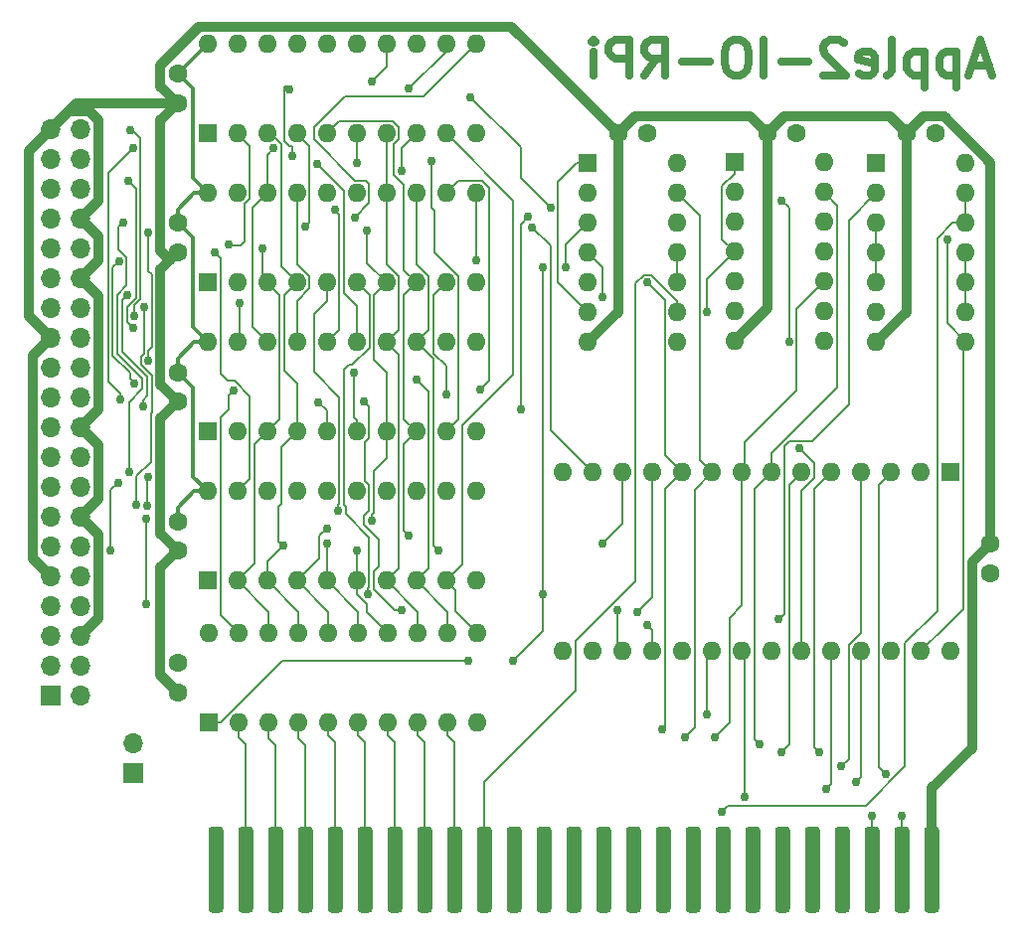
<source format=gbr>
G04 #@! TF.GenerationSoftware,KiCad,Pcbnew,(6.0.2-0)*
G04 #@! TF.CreationDate,2022-03-01T05:34:48-05:00*
G04 #@! TF.ProjectId,Apple2IORPi,4170706c-6532-4494-9f52-50692e6b6963,0.6*
G04 #@! TF.SameCoordinates,Original*
G04 #@! TF.FileFunction,Copper,L2,Bot*
G04 #@! TF.FilePolarity,Positive*
%FSLAX46Y46*%
G04 Gerber Fmt 4.6, Leading zero omitted, Abs format (unit mm)*
G04 Created by KiCad (PCBNEW (6.0.2-0)) date 2022-03-01 05:34:48*
%MOMM*%
%LPD*%
G01*
G04 APERTURE LIST*
%ADD10C,0.635000*%
G04 #@! TA.AperFunction,NonConductor*
%ADD11C,0.635000*%
G04 #@! TD*
G04 #@! TA.AperFunction,ComponentPad*
%ADD12R,1.700000X1.700000*%
G04 #@! TD*
G04 #@! TA.AperFunction,ComponentPad*
%ADD13O,1.700000X1.700000*%
G04 #@! TD*
G04 #@! TA.AperFunction,ComponentPad*
%ADD14R,1.600000X1.600000*%
G04 #@! TD*
G04 #@! TA.AperFunction,ComponentPad*
%ADD15O,1.600000X1.600000*%
G04 #@! TD*
G04 #@! TA.AperFunction,ComponentPad*
%ADD16C,1.600000*%
G04 #@! TD*
G04 #@! TA.AperFunction,ViaPad*
%ADD17C,0.762000*%
G04 #@! TD*
G04 #@! TA.AperFunction,Conductor*
%ADD18C,0.812800*%
G04 #@! TD*
G04 #@! TA.AperFunction,Conductor*
%ADD19C,0.355600*%
G04 #@! TD*
G04 #@! TA.AperFunction,Conductor*
%ADD20C,0.177800*%
G04 #@! TD*
G04 APERTURE END LIST*
D10*
D11*
X190365742Y-46888400D02*
X188914314Y-46888400D01*
X190656028Y-47759257D02*
X189640028Y-44711257D01*
X188624028Y-47759257D01*
X187608028Y-45727257D02*
X187608028Y-48775257D01*
X187608028Y-45872400D02*
X187317742Y-45727257D01*
X186737171Y-45727257D01*
X186446885Y-45872400D01*
X186301742Y-46017542D01*
X186156600Y-46307828D01*
X186156600Y-47178685D01*
X186301742Y-47468971D01*
X186446885Y-47614114D01*
X186737171Y-47759257D01*
X187317742Y-47759257D01*
X187608028Y-47614114D01*
X184850314Y-45727257D02*
X184850314Y-48775257D01*
X184850314Y-45872400D02*
X184560028Y-45727257D01*
X183979457Y-45727257D01*
X183689171Y-45872400D01*
X183544028Y-46017542D01*
X183398885Y-46307828D01*
X183398885Y-47178685D01*
X183544028Y-47468971D01*
X183689171Y-47614114D01*
X183979457Y-47759257D01*
X184560028Y-47759257D01*
X184850314Y-47614114D01*
X181657171Y-47759257D02*
X181947457Y-47614114D01*
X182092600Y-47323828D01*
X182092600Y-44711257D01*
X179334885Y-47614114D02*
X179625171Y-47759257D01*
X180205742Y-47759257D01*
X180496028Y-47614114D01*
X180641171Y-47323828D01*
X180641171Y-46162685D01*
X180496028Y-45872400D01*
X180205742Y-45727257D01*
X179625171Y-45727257D01*
X179334885Y-45872400D01*
X179189742Y-46162685D01*
X179189742Y-46452971D01*
X180641171Y-46743257D01*
X178028600Y-45001542D02*
X177883457Y-44856400D01*
X177593171Y-44711257D01*
X176867457Y-44711257D01*
X176577171Y-44856400D01*
X176432028Y-45001542D01*
X176286885Y-45291828D01*
X176286885Y-45582114D01*
X176432028Y-46017542D01*
X178173742Y-47759257D01*
X176286885Y-47759257D01*
X174980600Y-46598114D02*
X172658314Y-46598114D01*
X171206885Y-47759257D02*
X171206885Y-44711257D01*
X169174885Y-44711257D02*
X168594314Y-44711257D01*
X168304028Y-44856400D01*
X168013742Y-45146685D01*
X167868600Y-45727257D01*
X167868600Y-46743257D01*
X168013742Y-47323828D01*
X168304028Y-47614114D01*
X168594314Y-47759257D01*
X169174885Y-47759257D01*
X169465171Y-47614114D01*
X169755457Y-47323828D01*
X169900600Y-46743257D01*
X169900600Y-45727257D01*
X169755457Y-45146685D01*
X169465171Y-44856400D01*
X169174885Y-44711257D01*
X166562314Y-46598114D02*
X164240028Y-46598114D01*
X161046885Y-47759257D02*
X162062885Y-46307828D01*
X162788600Y-47759257D02*
X162788600Y-44711257D01*
X161627457Y-44711257D01*
X161337171Y-44856400D01*
X161192028Y-45001542D01*
X161046885Y-45291828D01*
X161046885Y-45727257D01*
X161192028Y-46017542D01*
X161337171Y-46162685D01*
X161627457Y-46307828D01*
X162788600Y-46307828D01*
X159740600Y-47759257D02*
X159740600Y-44711257D01*
X158579457Y-44711257D01*
X158289171Y-44856400D01*
X158144028Y-45001542D01*
X157998885Y-45291828D01*
X157998885Y-45727257D01*
X158144028Y-46017542D01*
X158289171Y-46162685D01*
X158579457Y-46307828D01*
X159740600Y-46307828D01*
X156692600Y-47759257D02*
X156692600Y-45727257D01*
X156692600Y-44711257D02*
X156837742Y-44856400D01*
X156692600Y-45001542D01*
X156547457Y-44856400D01*
X156692600Y-44711257D01*
X156692600Y-45001542D01*
G04 #@! TA.AperFunction,ConnectorPad*
G36*
G01*
X184860001Y-118808500D02*
X184860001Y-112077500D01*
G75*
G02*
X185177501Y-111760000I317500J0D01*
G01*
X185812501Y-111760000D01*
G75*
G02*
X186130001Y-112077500I0J-317500D01*
G01*
X186130001Y-118808500D01*
G75*
G02*
X185812501Y-119126000I-317500J0D01*
G01*
X185177501Y-119126000D01*
G75*
G02*
X184860001Y-118808500I0J317500D01*
G01*
G37*
G04 #@! TD.AperFunction*
G04 #@! TA.AperFunction,ConnectorPad*
G36*
G01*
X182320001Y-118808500D02*
X182320001Y-112077500D01*
G75*
G02*
X182637501Y-111760000I317500J0D01*
G01*
X183272501Y-111760000D01*
G75*
G02*
X183590001Y-112077500I0J-317500D01*
G01*
X183590001Y-118808500D01*
G75*
G02*
X183272501Y-119126000I-317500J0D01*
G01*
X182637501Y-119126000D01*
G75*
G02*
X182320001Y-118808500I0J317500D01*
G01*
G37*
G04 #@! TD.AperFunction*
G04 #@! TA.AperFunction,ConnectorPad*
G36*
G01*
X179780001Y-118808500D02*
X179780001Y-112077500D01*
G75*
G02*
X180097501Y-111760000I317500J0D01*
G01*
X180732501Y-111760000D01*
G75*
G02*
X181050001Y-112077500I0J-317500D01*
G01*
X181050001Y-118808500D01*
G75*
G02*
X180732501Y-119126000I-317500J0D01*
G01*
X180097501Y-119126000D01*
G75*
G02*
X179780001Y-118808500I0J317500D01*
G01*
G37*
G04 #@! TD.AperFunction*
G04 #@! TA.AperFunction,ConnectorPad*
G36*
G01*
X177240001Y-118808500D02*
X177240001Y-112077500D01*
G75*
G02*
X177557501Y-111760000I317500J0D01*
G01*
X178192501Y-111760000D01*
G75*
G02*
X178510001Y-112077500I0J-317500D01*
G01*
X178510001Y-118808500D01*
G75*
G02*
X178192501Y-119126000I-317500J0D01*
G01*
X177557501Y-119126000D01*
G75*
G02*
X177240001Y-118808500I0J317500D01*
G01*
G37*
G04 #@! TD.AperFunction*
G04 #@! TA.AperFunction,ConnectorPad*
G36*
G01*
X174700001Y-118808500D02*
X174700001Y-112077500D01*
G75*
G02*
X175017501Y-111760000I317500J0D01*
G01*
X175652501Y-111760000D01*
G75*
G02*
X175970001Y-112077500I0J-317500D01*
G01*
X175970001Y-118808500D01*
G75*
G02*
X175652501Y-119126000I-317500J0D01*
G01*
X175017501Y-119126000D01*
G75*
G02*
X174700001Y-118808500I0J317500D01*
G01*
G37*
G04 #@! TD.AperFunction*
G04 #@! TA.AperFunction,ConnectorPad*
G36*
G01*
X172160001Y-118808500D02*
X172160001Y-112077500D01*
G75*
G02*
X172477501Y-111760000I317500J0D01*
G01*
X173112501Y-111760000D01*
G75*
G02*
X173430001Y-112077500I0J-317500D01*
G01*
X173430001Y-118808500D01*
G75*
G02*
X173112501Y-119126000I-317500J0D01*
G01*
X172477501Y-119126000D01*
G75*
G02*
X172160001Y-118808500I0J317500D01*
G01*
G37*
G04 #@! TD.AperFunction*
G04 #@! TA.AperFunction,ConnectorPad*
G36*
G01*
X169620001Y-118808500D02*
X169620001Y-112077500D01*
G75*
G02*
X169937501Y-111760000I317500J0D01*
G01*
X170572501Y-111760000D01*
G75*
G02*
X170890001Y-112077500I0J-317500D01*
G01*
X170890001Y-118808500D01*
G75*
G02*
X170572501Y-119126000I-317500J0D01*
G01*
X169937501Y-119126000D01*
G75*
G02*
X169620001Y-118808500I0J317500D01*
G01*
G37*
G04 #@! TD.AperFunction*
G04 #@! TA.AperFunction,ConnectorPad*
G36*
G01*
X167080001Y-118808500D02*
X167080001Y-112077500D01*
G75*
G02*
X167397501Y-111760000I317500J0D01*
G01*
X168032501Y-111760000D01*
G75*
G02*
X168350001Y-112077500I0J-317500D01*
G01*
X168350001Y-118808500D01*
G75*
G02*
X168032501Y-119126000I-317500J0D01*
G01*
X167397501Y-119126000D01*
G75*
G02*
X167080001Y-118808500I0J317500D01*
G01*
G37*
G04 #@! TD.AperFunction*
G04 #@! TA.AperFunction,ConnectorPad*
G36*
G01*
X164540001Y-118808500D02*
X164540001Y-112077500D01*
G75*
G02*
X164857501Y-111760000I317500J0D01*
G01*
X165492501Y-111760000D01*
G75*
G02*
X165810001Y-112077500I0J-317500D01*
G01*
X165810001Y-118808500D01*
G75*
G02*
X165492501Y-119126000I-317500J0D01*
G01*
X164857501Y-119126000D01*
G75*
G02*
X164540001Y-118808500I0J317500D01*
G01*
G37*
G04 #@! TD.AperFunction*
G04 #@! TA.AperFunction,ConnectorPad*
G36*
G01*
X162000001Y-118808500D02*
X162000001Y-112077500D01*
G75*
G02*
X162317501Y-111760000I317500J0D01*
G01*
X162952501Y-111760000D01*
G75*
G02*
X163270001Y-112077500I0J-317500D01*
G01*
X163270001Y-118808500D01*
G75*
G02*
X162952501Y-119126000I-317500J0D01*
G01*
X162317501Y-119126000D01*
G75*
G02*
X162000001Y-118808500I0J317500D01*
G01*
G37*
G04 #@! TD.AperFunction*
G04 #@! TA.AperFunction,ConnectorPad*
G36*
G01*
X159460001Y-118808500D02*
X159460001Y-112077500D01*
G75*
G02*
X159777501Y-111760000I317500J0D01*
G01*
X160412501Y-111760000D01*
G75*
G02*
X160730001Y-112077500I0J-317500D01*
G01*
X160730001Y-118808500D01*
G75*
G02*
X160412501Y-119126000I-317500J0D01*
G01*
X159777501Y-119126000D01*
G75*
G02*
X159460001Y-118808500I0J317500D01*
G01*
G37*
G04 #@! TD.AperFunction*
G04 #@! TA.AperFunction,ConnectorPad*
G36*
G01*
X156920001Y-118808500D02*
X156920001Y-112077500D01*
G75*
G02*
X157237501Y-111760000I317500J0D01*
G01*
X157872501Y-111760000D01*
G75*
G02*
X158190001Y-112077500I0J-317500D01*
G01*
X158190001Y-118808500D01*
G75*
G02*
X157872501Y-119126000I-317500J0D01*
G01*
X157237501Y-119126000D01*
G75*
G02*
X156920001Y-118808500I0J317500D01*
G01*
G37*
G04 #@! TD.AperFunction*
G04 #@! TA.AperFunction,ConnectorPad*
G36*
G01*
X154380001Y-118808500D02*
X154380001Y-112077500D01*
G75*
G02*
X154697501Y-111760000I317500J0D01*
G01*
X155332501Y-111760000D01*
G75*
G02*
X155650001Y-112077500I0J-317500D01*
G01*
X155650001Y-118808500D01*
G75*
G02*
X155332501Y-119126000I-317500J0D01*
G01*
X154697501Y-119126000D01*
G75*
G02*
X154380001Y-118808500I0J317500D01*
G01*
G37*
G04 #@! TD.AperFunction*
G04 #@! TA.AperFunction,ConnectorPad*
G36*
G01*
X151840001Y-118808500D02*
X151840001Y-112077500D01*
G75*
G02*
X152157501Y-111760000I317500J0D01*
G01*
X152792501Y-111760000D01*
G75*
G02*
X153110001Y-112077500I0J-317500D01*
G01*
X153110001Y-118808500D01*
G75*
G02*
X152792501Y-119126000I-317500J0D01*
G01*
X152157501Y-119126000D01*
G75*
G02*
X151840001Y-118808500I0J317500D01*
G01*
G37*
G04 #@! TD.AperFunction*
G04 #@! TA.AperFunction,ConnectorPad*
G36*
G01*
X149300001Y-118808500D02*
X149300001Y-112077500D01*
G75*
G02*
X149617501Y-111760000I317500J0D01*
G01*
X150252501Y-111760000D01*
G75*
G02*
X150570001Y-112077500I0J-317500D01*
G01*
X150570001Y-118808500D01*
G75*
G02*
X150252501Y-119126000I-317500J0D01*
G01*
X149617501Y-119126000D01*
G75*
G02*
X149300001Y-118808500I0J317500D01*
G01*
G37*
G04 #@! TD.AperFunction*
G04 #@! TA.AperFunction,ConnectorPad*
G36*
G01*
X146760001Y-118808500D02*
X146760001Y-112077500D01*
G75*
G02*
X147077501Y-111760000I317500J0D01*
G01*
X147712501Y-111760000D01*
G75*
G02*
X148030001Y-112077500I0J-317500D01*
G01*
X148030001Y-118808500D01*
G75*
G02*
X147712501Y-119126000I-317500J0D01*
G01*
X147077501Y-119126000D01*
G75*
G02*
X146760001Y-118808500I0J317500D01*
G01*
G37*
G04 #@! TD.AperFunction*
G04 #@! TA.AperFunction,ConnectorPad*
G36*
G01*
X144220001Y-118808500D02*
X144220001Y-112077500D01*
G75*
G02*
X144537501Y-111760000I317500J0D01*
G01*
X145172501Y-111760000D01*
G75*
G02*
X145490001Y-112077500I0J-317500D01*
G01*
X145490001Y-118808500D01*
G75*
G02*
X145172501Y-119126000I-317500J0D01*
G01*
X144537501Y-119126000D01*
G75*
G02*
X144220001Y-118808500I0J317500D01*
G01*
G37*
G04 #@! TD.AperFunction*
G04 #@! TA.AperFunction,ConnectorPad*
G36*
G01*
X141680001Y-118808500D02*
X141680001Y-112077500D01*
G75*
G02*
X141997501Y-111760000I317500J0D01*
G01*
X142632501Y-111760000D01*
G75*
G02*
X142950001Y-112077500I0J-317500D01*
G01*
X142950001Y-118808500D01*
G75*
G02*
X142632501Y-119126000I-317500J0D01*
G01*
X141997501Y-119126000D01*
G75*
G02*
X141680001Y-118808500I0J317500D01*
G01*
G37*
G04 #@! TD.AperFunction*
G04 #@! TA.AperFunction,ConnectorPad*
G36*
G01*
X139140001Y-118808500D02*
X139140001Y-112077500D01*
G75*
G02*
X139457501Y-111760000I317500J0D01*
G01*
X140092501Y-111760000D01*
G75*
G02*
X140410001Y-112077500I0J-317500D01*
G01*
X140410001Y-118808500D01*
G75*
G02*
X140092501Y-119126000I-317500J0D01*
G01*
X139457501Y-119126000D01*
G75*
G02*
X139140001Y-118808500I0J317500D01*
G01*
G37*
G04 #@! TD.AperFunction*
G04 #@! TA.AperFunction,ConnectorPad*
G36*
G01*
X136600001Y-118808500D02*
X136600001Y-112077500D01*
G75*
G02*
X136917501Y-111760000I317500J0D01*
G01*
X137552501Y-111760000D01*
G75*
G02*
X137870001Y-112077500I0J-317500D01*
G01*
X137870001Y-118808500D01*
G75*
G02*
X137552501Y-119126000I-317500J0D01*
G01*
X136917501Y-119126000D01*
G75*
G02*
X136600001Y-118808500I0J317500D01*
G01*
G37*
G04 #@! TD.AperFunction*
G04 #@! TA.AperFunction,ConnectorPad*
G36*
G01*
X134060001Y-118808500D02*
X134060001Y-112077500D01*
G75*
G02*
X134377501Y-111760000I317500J0D01*
G01*
X135012501Y-111760000D01*
G75*
G02*
X135330001Y-112077500I0J-317500D01*
G01*
X135330001Y-118808500D01*
G75*
G02*
X135012501Y-119126000I-317500J0D01*
G01*
X134377501Y-119126000D01*
G75*
G02*
X134060001Y-118808500I0J317500D01*
G01*
G37*
G04 #@! TD.AperFunction*
G04 #@! TA.AperFunction,ConnectorPad*
G36*
G01*
X131520001Y-118808500D02*
X131520001Y-112077500D01*
G75*
G02*
X131837501Y-111760000I317500J0D01*
G01*
X132472501Y-111760000D01*
G75*
G02*
X132790001Y-112077500I0J-317500D01*
G01*
X132790001Y-118808500D01*
G75*
G02*
X132472501Y-119126000I-317500J0D01*
G01*
X131837501Y-119126000D01*
G75*
G02*
X131520001Y-118808500I0J317500D01*
G01*
G37*
G04 #@! TD.AperFunction*
G04 #@! TA.AperFunction,ConnectorPad*
G36*
G01*
X128980001Y-118808500D02*
X128980001Y-112077500D01*
G75*
G02*
X129297501Y-111760000I317500J0D01*
G01*
X129932501Y-111760000D01*
G75*
G02*
X130250001Y-112077500I0J-317500D01*
G01*
X130250001Y-118808500D01*
G75*
G02*
X129932501Y-119126000I-317500J0D01*
G01*
X129297501Y-119126000D01*
G75*
G02*
X128980001Y-118808500I0J317500D01*
G01*
G37*
G04 #@! TD.AperFunction*
G04 #@! TA.AperFunction,ConnectorPad*
G36*
G01*
X126440001Y-118808500D02*
X126440001Y-112077500D01*
G75*
G02*
X126757501Y-111760000I317500J0D01*
G01*
X127392501Y-111760000D01*
G75*
G02*
X127710001Y-112077500I0J-317500D01*
G01*
X127710001Y-118808500D01*
G75*
G02*
X127392501Y-119126000I-317500J0D01*
G01*
X126757501Y-119126000D01*
G75*
G02*
X126440001Y-118808500I0J317500D01*
G01*
G37*
G04 #@! TD.AperFunction*
G04 #@! TA.AperFunction,ConnectorPad*
G36*
G01*
X123900001Y-118808500D02*
X123900001Y-112077500D01*
G75*
G02*
X124217501Y-111760000I317500J0D01*
G01*
X124852501Y-111760000D01*
G75*
G02*
X125170001Y-112077500I0J-317500D01*
G01*
X125170001Y-118808500D01*
G75*
G02*
X124852501Y-119126000I-317500J0D01*
G01*
X124217501Y-119126000D01*
G75*
G02*
X123900001Y-118808500I0J317500D01*
G01*
G37*
G04 #@! TD.AperFunction*
D12*
X110490000Y-100584000D03*
D13*
X113030000Y-100584000D03*
X110490000Y-98044000D03*
X113030000Y-98044000D03*
X110490000Y-95504000D03*
X113030000Y-95504000D03*
X110490000Y-92964000D03*
X113030000Y-92964000D03*
X110490000Y-90424000D03*
X113030000Y-90424000D03*
X110490000Y-87884000D03*
X113030000Y-87884000D03*
X110490000Y-85344000D03*
X113030000Y-85344000D03*
X110490000Y-82804000D03*
X113030000Y-82804000D03*
X110490000Y-80264000D03*
X113030000Y-80264000D03*
X110490000Y-77724000D03*
X113030000Y-77724000D03*
X110490000Y-75184000D03*
X113030000Y-75184000D03*
X110490000Y-72644000D03*
X113030000Y-72644000D03*
X110490000Y-70104000D03*
X113030000Y-70104000D03*
X110490000Y-67564000D03*
X113030000Y-67564000D03*
X110490000Y-65024000D03*
X113030000Y-65024000D03*
X110490000Y-62484000D03*
X113030000Y-62484000D03*
X110490000Y-59944000D03*
X113030000Y-59944000D03*
X110490000Y-57404000D03*
X113030000Y-57404000D03*
X110490000Y-54864000D03*
X113030000Y-54864000D03*
X110490000Y-52324000D03*
X113030000Y-52324000D03*
D14*
X123952000Y-102870000D03*
D15*
X126492000Y-102870000D03*
X129032000Y-102870000D03*
X131572000Y-102870000D03*
X134112000Y-102870000D03*
X136652000Y-102870000D03*
X139192000Y-102870000D03*
X141732000Y-102870000D03*
X144272000Y-102870000D03*
X146812000Y-102870000D03*
X146812000Y-95250000D03*
X144272000Y-95250000D03*
X141732000Y-95250000D03*
X139192000Y-95250000D03*
X136652000Y-95250000D03*
X134112000Y-95250000D03*
X131572000Y-95250000D03*
X129032000Y-95250000D03*
X126492000Y-95250000D03*
X123952000Y-95250000D03*
D14*
X180771800Y-55245000D03*
D15*
X180771800Y-57785000D03*
X180771800Y-60325000D03*
X180771800Y-62865000D03*
X180771800Y-65405000D03*
X180771800Y-67945000D03*
X180771800Y-70485000D03*
X188391800Y-70485000D03*
X188391800Y-67945000D03*
X188391800Y-65405000D03*
X188391800Y-62865000D03*
X188391800Y-60325000D03*
X188391800Y-57785000D03*
X188391800Y-55245000D03*
D14*
X156210000Y-55245000D03*
D15*
X156210000Y-57785000D03*
X156210000Y-60325000D03*
X156210000Y-62865000D03*
X156210000Y-65405000D03*
X156210000Y-67945000D03*
X156210000Y-70485000D03*
X163830000Y-70485000D03*
X163830000Y-67945000D03*
X163830000Y-65405000D03*
X163830000Y-62865000D03*
X163830000Y-60325000D03*
X163830000Y-57785000D03*
X163830000Y-55245000D03*
D14*
X123825000Y-90805000D03*
D15*
X126365000Y-90805000D03*
X128905000Y-90805000D03*
X131445000Y-90805000D03*
X133985000Y-90805000D03*
X136525000Y-90805000D03*
X139065000Y-90805000D03*
X141605000Y-90805000D03*
X144145000Y-90805000D03*
X146685000Y-90805000D03*
X146685000Y-83185000D03*
X144145000Y-83185000D03*
X141605000Y-83185000D03*
X139065000Y-83185000D03*
X136525000Y-83185000D03*
X133985000Y-83185000D03*
X131445000Y-83185000D03*
X128905000Y-83185000D03*
X126365000Y-83185000D03*
X123825000Y-83185000D03*
D14*
X123825000Y-78105000D03*
D15*
X126365000Y-78105000D03*
X128905000Y-78105000D03*
X131445000Y-78105000D03*
X133985000Y-78105000D03*
X136525000Y-78105000D03*
X139065000Y-78105000D03*
X141605000Y-78105000D03*
X144145000Y-78105000D03*
X146685000Y-78105000D03*
X146685000Y-70485000D03*
X144145000Y-70485000D03*
X141605000Y-70485000D03*
X139065000Y-70485000D03*
X136525000Y-70485000D03*
X133985000Y-70485000D03*
X131445000Y-70485000D03*
X128905000Y-70485000D03*
X126365000Y-70485000D03*
X123825000Y-70485000D03*
D14*
X187101925Y-81586962D03*
D15*
X184561925Y-81586962D03*
X182021925Y-81586962D03*
X179481925Y-81586962D03*
X176941925Y-81586962D03*
X174401925Y-81586962D03*
X171861925Y-81586962D03*
X169321925Y-81586962D03*
X166781925Y-81586962D03*
X164241925Y-81586962D03*
X161701925Y-81586962D03*
X159161925Y-81586962D03*
X156621925Y-81586962D03*
X154081925Y-81586962D03*
X154081925Y-96826962D03*
X156621925Y-96826962D03*
X159161925Y-96826962D03*
X161701925Y-96826962D03*
X164241925Y-96826962D03*
X166781925Y-96826962D03*
X169321925Y-96826962D03*
X171861925Y-96826962D03*
X174401925Y-96826962D03*
X176941925Y-96826962D03*
X179481925Y-96826962D03*
X182021925Y-96826962D03*
X184561925Y-96826962D03*
X187101925Y-96826962D03*
D14*
X123825000Y-65405000D03*
D15*
X126365000Y-65405000D03*
X128905000Y-65405000D03*
X131445000Y-65405000D03*
X133985000Y-65405000D03*
X136525000Y-65405000D03*
X139065000Y-65405000D03*
X141605000Y-65405000D03*
X144145000Y-65405000D03*
X146685000Y-65405000D03*
X146685000Y-57785000D03*
X144145000Y-57785000D03*
X141605000Y-57785000D03*
X139065000Y-57785000D03*
X136525000Y-57785000D03*
X133985000Y-57785000D03*
X131445000Y-57785000D03*
X128905000Y-57785000D03*
X126365000Y-57785000D03*
X123825000Y-57785000D03*
D14*
X123825000Y-52705000D03*
D15*
X126365000Y-52705000D03*
X128905000Y-52705000D03*
X131445000Y-52705000D03*
X133985000Y-52705000D03*
X136525000Y-52705000D03*
X139065000Y-52705000D03*
X141605000Y-52705000D03*
X144145000Y-52705000D03*
X146685000Y-52705000D03*
X146685000Y-45085000D03*
X144145000Y-45085000D03*
X141605000Y-45085000D03*
X139065000Y-45085000D03*
X136525000Y-45085000D03*
X133985000Y-45085000D03*
X131445000Y-45085000D03*
X128905000Y-45085000D03*
X126365000Y-45085000D03*
X123825000Y-45085000D03*
D16*
X121285000Y-97830000D03*
X121285000Y-100330000D03*
X190500000Y-90170000D03*
X190500000Y-87670000D03*
X185851800Y-52705000D03*
X183351800Y-52705000D03*
X161290000Y-52705000D03*
X158790000Y-52705000D03*
X121285000Y-85765000D03*
X121285000Y-88265000D03*
X121285000Y-73065000D03*
X121285000Y-75565000D03*
X121285000Y-47625000D03*
X121285000Y-50125000D03*
X121285000Y-60325000D03*
X121285000Y-62825000D03*
X173990000Y-52705000D03*
X171490000Y-52705000D03*
D14*
X168706800Y-55168800D03*
D15*
X168706800Y-57708800D03*
X168706800Y-60248800D03*
X168706800Y-62788800D03*
X168706800Y-65328800D03*
X168706800Y-67868800D03*
X168706800Y-70408800D03*
X176326800Y-70408800D03*
X176326800Y-67868800D03*
X176326800Y-65328800D03*
X176326800Y-62788800D03*
X176326800Y-60248800D03*
X176326800Y-57708800D03*
X176326800Y-55168800D03*
D12*
X117500400Y-107238800D03*
D13*
X117500400Y-104698800D03*
D17*
X162560000Y-103505000D03*
X161290000Y-65405000D03*
X164465000Y-104140000D03*
X167005000Y-104140000D03*
X170815000Y-104749600D03*
X172720000Y-105397300D03*
X175895000Y-105410000D03*
X172466000Y-94107000D03*
X166370000Y-102235000D03*
X177800000Y-106654599D03*
X181610000Y-107315000D03*
X179070000Y-107950000D03*
X176530000Y-108585000D03*
X169557700Y-109220000D03*
X167640000Y-110490000D03*
X180415001Y-110871000D03*
X182955001Y-110871000D03*
X118618000Y-92837000D03*
X118592600Y-85547200D03*
X137160000Y-75565000D03*
X144145000Y-74930000D03*
X140335000Y-93345000D03*
X137509508Y-92004891D03*
X115581801Y-88265000D03*
X116205000Y-82448400D03*
X134975600Y-84886800D03*
X149860000Y-97601573D03*
X152400000Y-64135000D03*
X152400000Y-91948000D03*
X146050000Y-97601573D03*
X157480000Y-66675000D03*
X126034006Y-74625994D03*
X166370000Y-67945000D03*
X118783199Y-82016600D03*
X118719600Y-84429600D03*
X117779800Y-84378800D03*
X118427500Y-67487800D03*
X154330401Y-64135000D03*
X124460000Y-62865000D03*
X151136567Y-59833416D03*
X150495000Y-76200000D03*
X174218600Y-79552800D03*
X147015200Y-74549000D03*
X146685000Y-63500000D03*
X153035000Y-59055000D03*
X146227800Y-49631600D03*
X172720000Y-58420000D03*
X173355000Y-70485000D03*
X186798209Y-61703209D03*
X116611400Y-60299600D03*
X117132100Y-81584800D03*
X136372600Y-59867800D03*
X131025999Y-54636293D03*
X140970000Y-48895000D03*
X116408200Y-75412600D03*
X117475000Y-53975000D03*
X130810000Y-48920400D03*
X137795000Y-48272700D03*
X117017800Y-66497200D03*
X118351300Y-75980431D03*
X117602000Y-74015600D03*
X116281200Y-63600701D03*
X126517400Y-67157600D03*
X118783199Y-61163200D03*
X118783199Y-72059800D03*
X133248400Y-75603199D03*
X117500400Y-69316600D03*
X117043200Y-56718200D03*
X136271000Y-73088500D03*
X134645400Y-59207400D03*
X142925800Y-55067200D03*
X133159401Y-55269910D03*
X117271800Y-52451000D03*
X117602000Y-68224400D03*
X129438400Y-53988593D03*
X141605000Y-73660000D03*
X140335000Y-55892700D03*
X161290000Y-94602300D03*
X158750000Y-93345000D03*
X143510000Y-88265000D03*
X136525000Y-55245000D03*
X136525000Y-88265000D03*
X133985000Y-87630000D03*
X140970000Y-86995000D03*
X132156200Y-60629800D03*
X137414000Y-60947300D03*
X151485600Y-60706000D03*
X137795000Y-85725000D03*
X133985000Y-86360000D03*
X130276600Y-87833200D03*
X157454600Y-87680800D03*
X128524000Y-62547500D03*
X160401000Y-93497400D03*
X125649727Y-62204599D03*
D18*
X119824599Y-51585401D02*
X121285000Y-50125000D01*
X123124007Y-43624599D02*
X119824599Y-46924007D01*
X121285000Y-100330000D02*
X119824599Y-98869599D01*
X114540401Y-66534401D02*
X114540401Y-76213599D01*
X114540401Y-76213599D02*
X113030000Y-77724000D01*
X185495001Y-108509999D02*
X185495001Y-115570000D01*
X121285000Y-75565000D02*
X119824599Y-74104599D01*
X158790000Y-67905000D02*
X156210000Y-70485000D01*
X170029599Y-51244599D02*
X160250401Y-51244599D01*
X113030000Y-59944000D02*
X114540401Y-61454401D01*
X121285000Y-50125000D02*
X112689000Y-50125000D01*
X183351800Y-52705000D02*
X183351800Y-67905000D01*
X108979599Y-71614401D02*
X108979599Y-88913599D01*
X183351800Y-67905000D02*
X180771800Y-70485000D01*
X190500000Y-55191806D02*
X186552793Y-51244599D01*
X186552793Y-51244599D02*
X184812201Y-51244599D01*
X108979599Y-88913599D02*
X110490000Y-90424000D01*
X181891399Y-51244599D02*
X172950401Y-51244599D01*
X158790000Y-52705000D02*
X149709599Y-43624599D01*
X110490000Y-70104000D02*
X108979599Y-71614401D01*
X112000401Y-50813599D02*
X113754993Y-50813599D01*
X171490000Y-52705000D02*
X170029599Y-51244599D01*
X114540401Y-51599007D02*
X114540401Y-58433599D01*
X108635410Y-54178590D02*
X108635410Y-68249410D01*
X114540401Y-79234401D02*
X114540401Y-83833599D01*
X171490000Y-67625600D02*
X168706800Y-70408800D01*
X108635410Y-68249410D02*
X110490000Y-70104000D01*
X113030000Y-77724000D02*
X114540401Y-79234401D01*
X119824599Y-89725401D02*
X121285000Y-88265000D01*
X149709599Y-43624599D02*
X123124007Y-43624599D01*
X119824599Y-74104599D02*
X119824599Y-64325401D01*
X114540401Y-61454401D02*
X114540401Y-63513599D01*
X160250401Y-51244599D02*
X158790000Y-52705000D01*
X190500000Y-87670000D02*
X188917936Y-89252064D01*
X172950401Y-51244599D02*
X171490000Y-52705000D01*
X110490000Y-52324000D02*
X108635410Y-54178590D01*
X119824599Y-46924007D02*
X119824599Y-48664599D01*
X113030000Y-65024000D02*
X114540401Y-66534401D01*
X184812201Y-51244599D02*
X183351800Y-52705000D01*
X121285000Y-88265000D02*
X119824599Y-86804599D01*
X113030000Y-85344000D02*
X114540401Y-86854401D01*
X119824599Y-77025401D02*
X121285000Y-75565000D01*
X119824599Y-62674599D02*
X119824599Y-51585401D01*
X110490000Y-52324000D02*
X112000401Y-50813599D01*
X119824599Y-48664599D02*
X121285000Y-50125000D01*
X119824599Y-64325401D02*
X120650000Y-63500000D01*
X112689000Y-50125000D02*
X110490000Y-52324000D01*
X114540401Y-83833599D02*
X113030000Y-85344000D01*
X120650000Y-63500000D02*
X119824599Y-62674599D01*
X190500000Y-87670000D02*
X190500000Y-55191806D01*
X114540401Y-58433599D02*
X113030000Y-59944000D01*
X158790000Y-52705000D02*
X158790000Y-67905000D01*
X114540401Y-93993599D02*
X113030000Y-95504000D01*
X119824599Y-98869599D02*
X119824599Y-89725401D01*
X114540401Y-63513599D02*
X113030000Y-65024000D01*
X188917936Y-89252064D02*
X188917936Y-105087064D01*
X171490000Y-52705000D02*
X171490000Y-67625600D01*
X188917936Y-105087064D02*
X185495001Y-108509999D01*
X113754993Y-50813599D02*
X114540401Y-51599007D01*
X119824599Y-86804599D02*
X119824599Y-77025401D01*
X114540401Y-86854401D02*
X114540401Y-93993599D01*
X183351800Y-52705000D02*
X181891399Y-51244599D01*
D19*
X121285000Y-60325000D02*
X122555000Y-61595000D01*
X121285000Y-47625000D02*
X122555000Y-48895000D01*
X122555000Y-61595000D02*
X122555000Y-69215000D01*
X122593199Y-81953199D02*
X123825000Y-83185000D01*
X123825000Y-83185000D02*
X122693630Y-83185000D01*
X122693630Y-70485000D02*
X121285000Y-71893630D01*
X121285000Y-84593630D02*
X121285000Y-85765000D01*
X122593199Y-74373199D02*
X122593199Y-81953199D01*
X121285000Y-59193630D02*
X121285000Y-60325000D01*
X122555000Y-48895000D02*
X122555000Y-56515000D01*
X122693630Y-83185000D02*
X121285000Y-84593630D01*
X122693630Y-57785000D02*
X121285000Y-59193630D01*
X121285000Y-71893630D02*
X121285000Y-73065000D01*
X122555000Y-69215000D02*
X123825000Y-70485000D01*
X121285000Y-73065000D02*
X122593199Y-74373199D01*
X123825000Y-45085000D02*
X121285000Y-47625000D01*
X123825000Y-70485000D02*
X122693630Y-70485000D01*
X123825000Y-57785000D02*
X122693630Y-57785000D01*
X122555000Y-56515000D02*
X123825000Y-57785000D01*
D20*
X162814001Y-103250999D02*
X162560000Y-103505000D01*
X164241925Y-81586962D02*
X162763299Y-80108336D01*
X162763299Y-80108336D02*
X162763299Y-66878299D01*
X162814001Y-83014886D02*
X164241925Y-81586962D01*
X162814001Y-83014886D02*
X162814001Y-103250999D01*
X162763299Y-66878299D02*
X161290000Y-65405000D01*
X166781925Y-81586962D02*
X165722299Y-80527336D01*
X165722299Y-59677299D02*
X163830000Y-57785000D01*
X164465000Y-104140000D02*
X165308626Y-103296374D01*
X165722299Y-80527336D02*
X165722299Y-59677299D01*
X165308626Y-103296374D02*
X165308626Y-83060261D01*
X165308626Y-83060261D02*
X166781925Y-81586962D01*
X169545000Y-79051402D02*
X171627800Y-76968602D01*
X168275000Y-102870000D02*
X168255224Y-102850224D01*
X168255224Y-102850224D02*
X168255224Y-93999776D01*
X167005000Y-104140000D02*
X168275000Y-102870000D01*
X169545000Y-81363887D02*
X169321925Y-81586962D01*
X174002701Y-74593701D02*
X171627800Y-76968602D01*
X169321925Y-92933075D02*
X168255224Y-93999776D01*
X169321925Y-81586962D02*
X169321925Y-92933075D01*
X174002701Y-67652899D02*
X174002701Y-74593701D01*
X176326800Y-65328800D02*
X174002701Y-67652899D01*
X169545000Y-79051402D02*
X169545000Y-81363887D01*
X170434001Y-104368601D02*
X170434001Y-83014886D01*
X177469701Y-74325591D02*
X171861925Y-79933367D01*
X176326800Y-57708800D02*
X177469701Y-58851701D01*
X170434001Y-83014886D02*
X171861925Y-81586962D01*
X170815000Y-104749600D02*
X170434001Y-104368601D01*
X177469701Y-58851701D02*
X177469701Y-74325591D01*
X171861925Y-79933367D02*
X171861925Y-81586962D01*
X174401925Y-81586962D02*
X173335224Y-82653663D01*
X173335224Y-104782076D02*
X172720000Y-105397300D01*
X173335224Y-82653663D02*
X173335224Y-104782076D01*
X175514001Y-83014886D02*
X176941925Y-81586962D01*
X175895000Y-105410000D02*
X175514001Y-105029001D01*
X175514001Y-105029001D02*
X175514001Y-83014886D01*
X178415224Y-60141576D02*
X180771800Y-57785000D01*
X166370000Y-97238887D02*
X166781925Y-96826962D01*
X172928626Y-93644374D02*
X172928626Y-79369574D01*
X173393101Y-78905099D02*
X175286407Y-78905099D01*
X166370000Y-102235000D02*
X166370000Y-97238887D01*
X172466000Y-94107000D02*
X172928626Y-93644374D01*
X178415224Y-75776282D02*
X178415224Y-60141576D01*
X172928626Y-79369574D02*
X173393101Y-78905099D01*
X175286407Y-78905099D02*
X178415224Y-75776282D01*
X179481925Y-95248244D02*
X178415224Y-96314945D01*
X178415224Y-96314945D02*
X178415224Y-106039375D01*
X178415224Y-106039375D02*
X177800000Y-106654599D01*
X179481925Y-81586962D02*
X179481925Y-95248244D01*
X181610000Y-107315000D02*
X180955224Y-106660224D01*
X180955224Y-82653663D02*
X182021925Y-81586962D01*
X180955224Y-106660224D02*
X180955224Y-82653663D01*
X179070000Y-107950000D02*
X179481925Y-107538075D01*
X179481925Y-107538075D02*
X179481925Y-96826962D01*
X176530000Y-108585000D02*
X176941925Y-108173075D01*
X176941925Y-108173075D02*
X176941925Y-96826962D01*
X169557700Y-109220000D02*
X169557700Y-97062737D01*
X169557700Y-97062737D02*
X169321925Y-96826962D01*
X183232299Y-96119496D02*
X185959024Y-93392771D01*
X168122600Y-110007400D02*
X179876198Y-110007400D01*
X179876198Y-110007400D02*
X183232299Y-106651299D01*
X187260430Y-60325000D02*
X185959024Y-61626406D01*
X185959024Y-93392771D02*
X185959024Y-61626406D01*
X188391800Y-60325000D02*
X187260430Y-60325000D01*
X168122600Y-110007400D02*
X167640000Y-110490000D01*
X183232299Y-106651299D02*
X183232299Y-96119496D01*
X188391800Y-57785000D02*
X188391800Y-60325000D01*
X180415001Y-115570000D02*
X180415001Y-110871000D01*
X182955001Y-110871000D02*
X182955001Y-115570000D01*
X141732000Y-102870000D02*
X141732000Y-104001370D01*
X141732000Y-104001370D02*
X142315001Y-104584371D01*
X142315001Y-104584371D02*
X142315001Y-115570000D01*
X139192000Y-102870000D02*
X139192000Y-104001370D01*
X139775001Y-104584371D02*
X139775001Y-115570000D01*
X139192000Y-104001370D02*
X139775001Y-104584371D01*
X137235001Y-104584371D02*
X137235001Y-115570000D01*
X136652000Y-104001370D02*
X137235001Y-104584371D01*
X136652000Y-102870000D02*
X136652000Y-104001370D01*
X134695001Y-104584371D02*
X134695001Y-115570000D01*
X134112000Y-102870000D02*
X134112000Y-104001370D01*
X134112000Y-104001370D02*
X134695001Y-104584371D01*
X131572000Y-102870000D02*
X131572000Y-104267000D01*
X132155001Y-104850001D02*
X132155001Y-115570000D01*
X131572000Y-104267000D02*
X132155001Y-104850001D01*
X129615001Y-104850001D02*
X129615001Y-115570000D01*
X129032000Y-102870000D02*
X129032000Y-104267000D01*
X129032000Y-104267000D02*
X129615001Y-104850001D01*
X126492000Y-104191999D02*
X127075001Y-104775000D01*
X127075001Y-104775000D02*
X127075001Y-115570000D01*
X126492000Y-102870000D02*
X126492000Y-104191999D01*
X118592600Y-92811600D02*
X118618000Y-92837000D01*
X118592600Y-85547200D02*
X118592600Y-92811600D01*
X137147299Y-86035897D02*
X138442701Y-87331299D01*
X138442701Y-87331299D02*
X138442701Y-89573198D01*
X143078299Y-71455391D02*
X144145000Y-72522092D01*
X137591701Y-82672983D02*
X137591701Y-84866591D01*
X137160000Y-75565000D02*
X137591701Y-75996701D01*
X137591701Y-84866591D02*
X137147299Y-85310993D01*
X137998299Y-90017600D02*
X137998299Y-91547114D01*
X138442701Y-89573198D02*
X137998299Y-90017600D01*
X137998299Y-91547114D02*
X139796185Y-93345000D01*
X137236200Y-79044800D02*
X137236200Y-82317482D01*
X143078299Y-66471701D02*
X143078299Y-71455391D01*
X144145000Y-65405000D02*
X143078299Y-66471701D01*
X137147299Y-85310993D02*
X137147299Y-86035897D01*
X137591701Y-75996701D02*
X137591701Y-78689299D01*
X137236200Y-82317482D02*
X137591701Y-82672983D01*
X144145000Y-72522092D02*
X144145000Y-74930000D01*
X139796185Y-93345000D02*
X140335000Y-93345000D01*
X137591701Y-78689299D02*
X137236200Y-79044800D01*
X135458299Y-77089000D02*
X135458299Y-84328099D01*
X135890001Y-72440799D02*
X135458299Y-72872501D01*
X137509508Y-91466076D02*
X137509508Y-92004891D01*
X135458299Y-72872501D02*
X135458299Y-75412600D01*
X135623301Y-84493101D02*
X135623301Y-85153501D01*
X135458299Y-75412600D02*
X135458299Y-77089000D01*
X137642600Y-70946118D02*
X136147919Y-72440799D01*
X136147919Y-72440799D02*
X135890001Y-72440799D01*
X135458299Y-84328099D02*
X135623301Y-84493101D01*
X137591701Y-91383883D02*
X137509508Y-91466076D01*
X135623301Y-85153501D02*
X137591701Y-87121901D01*
X137591701Y-87121901D02*
X137591701Y-91383883D01*
X137642600Y-66522600D02*
X137642600Y-70946118D01*
X136525000Y-65405000D02*
X137642600Y-66522600D01*
X116205000Y-82448400D02*
X115581801Y-83071599D01*
X115581801Y-83071599D02*
X115581801Y-88265000D01*
X134975600Y-84347985D02*
X134975600Y-84886800D01*
X135051701Y-75184000D02*
X135051701Y-84271884D01*
X135051701Y-84271884D02*
X134975600Y-84347985D01*
X133985000Y-66954400D02*
X132867311Y-68072089D01*
X132867311Y-68072089D02*
X132867311Y-72999610D01*
X133985000Y-65405000D02*
X133985000Y-66954400D01*
X132867311Y-72999610D02*
X135051701Y-75184000D01*
X188391800Y-65405000D02*
X188391800Y-62865000D01*
X152400000Y-91948000D02*
X152400000Y-64135000D01*
X123952000Y-102870000D02*
X124929800Y-102870000D01*
X157480000Y-66675000D02*
X157480000Y-64135000D01*
X188391800Y-67945000D02*
X188391800Y-65405000D01*
X149860000Y-97601573D02*
X152400000Y-95061573D01*
X152400000Y-95061573D02*
X152400000Y-91948000D01*
X124929800Y-102870000D02*
X130198227Y-97601573D01*
X130198227Y-97601573D02*
X146050000Y-97601573D01*
X157480000Y-64135000D02*
X156210000Y-62865000D01*
X144272000Y-104001370D02*
X144855001Y-104584371D01*
X144855001Y-104584371D02*
X144855001Y-115570000D01*
X144272000Y-102870000D02*
X144272000Y-104001370D01*
X124967901Y-93725901D02*
X126492000Y-95250000D01*
X125653007Y-75006993D02*
X125653007Y-76251494D01*
X126034006Y-74625994D02*
X125653007Y-75006993D01*
X125653007Y-76251494D02*
X124967901Y-76936600D01*
X124967901Y-76936600D02*
X124967901Y-93725901D01*
X180771800Y-62865000D02*
X180771800Y-65405000D01*
X180771800Y-60325000D02*
X180771800Y-62865000D01*
X160228626Y-90907776D02*
X155148626Y-95987776D01*
X155148626Y-100196375D02*
X147649001Y-107696000D01*
X160228626Y-65507776D02*
X160228626Y-90907776D01*
X167640099Y-61722099D02*
X167640099Y-57213301D01*
X160979103Y-64757299D02*
X160228626Y-65507776D01*
X168706800Y-56146600D02*
X168706800Y-55168800D01*
X161603581Y-64757299D02*
X160979103Y-64757299D01*
X163830000Y-66983718D02*
X161603581Y-64757299D01*
X168706800Y-62788800D02*
X166370000Y-65125600D01*
X166370000Y-65125600D02*
X166370000Y-67945000D01*
X163830000Y-67945000D02*
X163830000Y-66983718D01*
X147395001Y-115570000D02*
X147395001Y-107950000D01*
X168706800Y-62788800D02*
X167640099Y-61722099D01*
X147395001Y-107950000D02*
X147649001Y-107696000D01*
X155148626Y-95987776D02*
X155148626Y-100196375D01*
X167640099Y-57213301D02*
X168706800Y-56146600D01*
X153682701Y-56794499D02*
X153682701Y-65417701D01*
X156210000Y-55245000D02*
X155232200Y-55245000D01*
X155232200Y-55245000D02*
X153682701Y-56794499D01*
X153682701Y-65417701D02*
X156210000Y-67945000D01*
X163830000Y-62865000D02*
X163830000Y-65405000D01*
X118719600Y-82080199D02*
X118783199Y-82016600D01*
X118719600Y-84429600D02*
X118719600Y-82080199D01*
X119075289Y-76479311D02*
X118999000Y-76555600D01*
X118999000Y-80676498D02*
X117779800Y-81895698D01*
X119075289Y-73310488D02*
X119075289Y-76479311D01*
X118135498Y-72370697D02*
X119075289Y-73310488D01*
X118427500Y-68605400D02*
X118427500Y-71456901D01*
X118135498Y-71748903D02*
X118135498Y-72370697D01*
X118999000Y-76555600D02*
X118999000Y-80676498D01*
X118427500Y-67487800D02*
X118427500Y-68605400D01*
X117779800Y-81895698D02*
X117779800Y-84378800D01*
X118427500Y-71456901D02*
X118135498Y-71748903D01*
X127431701Y-75717400D02*
X127431701Y-82118299D01*
X124967901Y-70307200D02*
X124967901Y-73202701D01*
X124967901Y-73202701D02*
X125552200Y-73787000D01*
X156210000Y-60325000D02*
X154330401Y-62204599D01*
X124460000Y-62865000D02*
X124967901Y-63372901D01*
X154330401Y-62204599D02*
X154330401Y-64135000D01*
X125552200Y-73787000D02*
X126111000Y-73787000D01*
X126111000Y-73787000D02*
X127431701Y-75107701D01*
X127431701Y-82118299D02*
X126365000Y-83185000D01*
X124967901Y-63372901D02*
X124967901Y-70307200D01*
X127431701Y-75107701D02*
X127431701Y-75717400D01*
X150495000Y-76200000D02*
X150495000Y-62052200D01*
X150495000Y-60474983D02*
X151136567Y-59833416D01*
X150495000Y-62052200D02*
X150495000Y-60474983D01*
X147197017Y-56718299D02*
X147827901Y-57349183D01*
X174401925Y-83165680D02*
X175468626Y-82098979D01*
X144145000Y-57785000D02*
X145211701Y-56718299D01*
X175468626Y-80802826D02*
X174218600Y-79552800D01*
X147827901Y-73736299D02*
X147015200Y-74549000D01*
X145211701Y-56718299D02*
X147197017Y-56718299D01*
X147827901Y-57349183D02*
X147827901Y-73736299D01*
X174401925Y-96826962D02*
X174401925Y-83165680D01*
X175468626Y-82098979D02*
X175468626Y-80802826D01*
X146685000Y-63500000D02*
X146685000Y-57785000D01*
X146227800Y-49631600D02*
X150495000Y-53898800D01*
X153035000Y-59055000D02*
X150495000Y-56515000D01*
X150495000Y-53898800D02*
X150495000Y-56515000D01*
X172720000Y-58420000D02*
X173355000Y-59055000D01*
X173355000Y-59055000D02*
X173355000Y-70485000D01*
X186820843Y-94568043D02*
X188168626Y-93220260D01*
X188168626Y-70708174D02*
X188391800Y-70485000D01*
X184561925Y-96826962D02*
X186820843Y-94568043D01*
X186798209Y-68891409D02*
X188391800Y-70485000D01*
X186798209Y-61703209D02*
X186798209Y-68891409D01*
X188168626Y-93220260D02*
X188168626Y-70708174D01*
X116103420Y-66446380D02*
X116103420Y-69240400D01*
X137337899Y-56718299D02*
X137591701Y-56972101D01*
X118249701Y-74142600D02*
X118249701Y-73704703D01*
X116928901Y-65620899D02*
X116103420Y-66446380D01*
X132918299Y-52192983D02*
X135568581Y-49542701D01*
X117132100Y-75596498D02*
X118249701Y-74478897D01*
X118249701Y-73621578D02*
X118249701Y-74142600D01*
X116928901Y-63309501D02*
X116928901Y-65620899D01*
X137591701Y-56972101D02*
X137591701Y-58648699D01*
X132918299Y-53217017D02*
X132918299Y-52192983D01*
X132918299Y-53217017D02*
X136419581Y-56718299D01*
X136419581Y-56718299D02*
X137337899Y-56718299D01*
X117132100Y-81584800D02*
X117132100Y-75596498D01*
X118249701Y-74478897D02*
X118249701Y-74142600D01*
X116230401Y-62611001D02*
X116928901Y-63309501D01*
X135568581Y-49542701D02*
X142227299Y-49542701D01*
X116230401Y-60680599D02*
X116230401Y-62611001D01*
X142227299Y-49542701D02*
X146685000Y-45085000D01*
X116611400Y-60299600D02*
X116230401Y-60680599D01*
X137591701Y-58648699D02*
X136372600Y-59867800D01*
X116103420Y-71475297D02*
X118249701Y-73621578D01*
X116103420Y-69240400D02*
X116103420Y-71475297D01*
X116408200Y-75412600D02*
X116408200Y-74873785D01*
X130378299Y-48691701D02*
X130581301Y-48691701D01*
X115392200Y-56057800D02*
X115392200Y-70916800D01*
X117475000Y-53975000D02*
X115392200Y-56057800D01*
X130378299Y-48691701D02*
X130378299Y-53365499D01*
X130378299Y-53365499D02*
X130784501Y-53771701D01*
X140970000Y-48895000D02*
X144145000Y-45720000D01*
X130784501Y-53771701D02*
X130962301Y-53771701D01*
X115392200Y-73857785D02*
X115392200Y-70916800D01*
X130962301Y-53771701D02*
X131025999Y-53835399D01*
X130581301Y-48691701D02*
X130810000Y-48920400D01*
X144145000Y-45720000D02*
X144145000Y-45085000D01*
X131025999Y-53835399D02*
X131025999Y-54636293D01*
X116408200Y-74873785D02*
X115392200Y-73857785D01*
X139065000Y-47002700D02*
X137795000Y-48272700D01*
X139065000Y-45085000D02*
X139065000Y-47002700D01*
X116598690Y-71336797D02*
X118719679Y-73457786D01*
X117017800Y-66497200D02*
X116598690Y-66916310D01*
X118719679Y-75073237D02*
X118351300Y-75441616D01*
X118719679Y-73457786D02*
X118719679Y-75073237D01*
X118351300Y-75441616D02*
X118351300Y-75980431D01*
X116598690Y-66916310D02*
X116598690Y-71336797D01*
X115747810Y-64134091D02*
X116281200Y-63600701D01*
X115747810Y-71622595D02*
X115747810Y-64134091D01*
X117221001Y-73634601D02*
X117221001Y-73095786D01*
X117221001Y-73095786D02*
X115747810Y-71622595D01*
X117602000Y-74015600D02*
X117221001Y-73634601D01*
X126517400Y-70332600D02*
X126365000Y-70485000D01*
X126517400Y-67157600D02*
X126517400Y-70332600D01*
X133985000Y-76339799D02*
X133248400Y-75603199D01*
X119075200Y-70929599D02*
X118783199Y-71221600D01*
X119075200Y-64744600D02*
X119075200Y-70929599D01*
X118783199Y-71221600D02*
X118783199Y-72059800D01*
X118783199Y-61163200D02*
X118783199Y-64452599D01*
X118783199Y-64452599D02*
X119075200Y-64744600D01*
X133985000Y-78105000D02*
X133985000Y-76339799D01*
X117500400Y-69316600D02*
X116954299Y-68770499D01*
X117754400Y-57429400D02*
X117043200Y-56718200D01*
X136271000Y-73088500D02*
X136271000Y-76911200D01*
X117754400Y-66719198D02*
X117754400Y-57429400D01*
X116954299Y-68770499D02*
X116954299Y-67519299D01*
X116954299Y-67519299D02*
X117754400Y-66719198D01*
X136525000Y-78105000D02*
X136525000Y-77165200D01*
X136271000Y-76911200D02*
X136525000Y-77165200D01*
X133985000Y-70485000D02*
X135051701Y-69418299D01*
X135051701Y-59613701D02*
X134645400Y-59207400D01*
X135051701Y-69418299D02*
X135051701Y-59613701D01*
X142925800Y-59029600D02*
X142925800Y-55067200D01*
X143154400Y-59258200D02*
X143154400Y-62835682D01*
X145211701Y-64892983D02*
X145211701Y-77038299D01*
X145211701Y-77038299D02*
X144145000Y-78105000D01*
X143154400Y-59258200D02*
X142925800Y-59029600D01*
X143154400Y-62835682D02*
X145211701Y-64892983D01*
X135458299Y-57568808D02*
X135458299Y-66344899D01*
X133159401Y-55269910D02*
X135458299Y-57568808D01*
X135458299Y-66344899D02*
X136525000Y-67411600D01*
X136525000Y-67411600D02*
X136525000Y-70485000D01*
X117424200Y-52451000D02*
X117271800Y-52451000D01*
X118110010Y-66497190D02*
X118122701Y-66484499D01*
X117602000Y-68224400D02*
X117602000Y-67374506D01*
X117602000Y-67374506D02*
X118110009Y-66866497D01*
X118110009Y-66866497D02*
X118110010Y-66497190D01*
X118122701Y-66484499D02*
X118122701Y-53149501D01*
X118122701Y-53149501D02*
X117424200Y-52451000D01*
X128905000Y-54521993D02*
X129438400Y-53988593D01*
X144944999Y-91604999D02*
X144944999Y-93382999D01*
X144145000Y-52705000D02*
X149872701Y-58432701D01*
X144944999Y-93382999D02*
X146812000Y-95250000D01*
X127635000Y-59055000D02*
X127635000Y-69215000D01*
X149872701Y-73266398D02*
X145542099Y-77597000D01*
X127635000Y-69215000D02*
X128905000Y-70485000D01*
X144145000Y-90805000D02*
X144944999Y-91604999D01*
X145542099Y-77597000D02*
X145542099Y-89407901D01*
X149872701Y-58432701D02*
X149872701Y-73266398D01*
X128905000Y-57785000D02*
X127635000Y-59055000D01*
X145542099Y-89407901D02*
X144145000Y-90805000D01*
X128905000Y-57785000D02*
X128905000Y-54521993D01*
X141605000Y-90805000D02*
X142671701Y-89738299D01*
X140335000Y-53975000D02*
X140335000Y-55892700D01*
X132388718Y-64770000D02*
X131445000Y-63826282D01*
X161290000Y-94602300D02*
X161701925Y-95014225D01*
X161701925Y-95014225D02*
X161701925Y-96826962D01*
X142671701Y-74726701D02*
X141605000Y-73660000D01*
X131445000Y-66983718D02*
X132511701Y-65917017D01*
X141605000Y-52705000D02*
X140335000Y-53975000D01*
X144272000Y-93472000D02*
X141605000Y-90805000D01*
X132511701Y-65917017D02*
X132511701Y-64770000D01*
X131445000Y-63826282D02*
X131445000Y-57785000D01*
X144272000Y-95250000D02*
X144272000Y-93472000D01*
X132511701Y-64770000D02*
X132388718Y-64770000D01*
X142671701Y-89738299D02*
X142671701Y-74726701D01*
X131445000Y-70485000D02*
X131445000Y-66983718D01*
X139065000Y-57785000D02*
X139065000Y-63826282D01*
X139065000Y-52705000D02*
X139065000Y-57785000D01*
X140131701Y-89738299D02*
X140131701Y-71551701D01*
X158750000Y-93345000D02*
X158750000Y-96415037D01*
X139065000Y-90805000D02*
X140131701Y-89738299D01*
X141732000Y-93472000D02*
X139065000Y-90805000D01*
X140131701Y-69418299D02*
X139065000Y-70485000D01*
X140131701Y-71551701D02*
X139065000Y-70485000D01*
X141732000Y-95250000D02*
X141732000Y-93472000D01*
X140131701Y-64892983D02*
X140131701Y-69418299D01*
X158750000Y-96415037D02*
X159161925Y-96826962D01*
X139065000Y-63826282D02*
X140131701Y-64892983D01*
X137414000Y-93472000D02*
X139192000Y-95250000D01*
X136525000Y-91936370D02*
X137414000Y-92825370D01*
X143027311Y-87782311D02*
X143510000Y-88265000D01*
X136525000Y-88265000D02*
X136525000Y-90805000D01*
X142671701Y-69418299D02*
X141605000Y-70485000D01*
X136525000Y-55245000D02*
X136525000Y-52705000D01*
X142671701Y-64892983D02*
X142671701Y-69418299D01*
X141605000Y-70485000D02*
X143027311Y-71907311D01*
X141605000Y-63826282D02*
X142671701Y-64892983D01*
X141605000Y-57785000D02*
X141605000Y-63826282D01*
X137414000Y-92825370D02*
X137414000Y-93472000D01*
X136525000Y-90805000D02*
X136525000Y-91936370D01*
X143027311Y-71907311D02*
X143027311Y-87782311D01*
X140131701Y-52192983D02*
X139577017Y-51638299D01*
X140538299Y-79171701D02*
X140538299Y-86563299D01*
X139687299Y-56203597D02*
X139687299Y-54622701D01*
X135051701Y-51638299D02*
X133985000Y-52705000D01*
X140538299Y-77038299D02*
X141605000Y-78105000D01*
X140538299Y-86563299D02*
X140970000Y-86995000D01*
X133985000Y-87630000D02*
X133985000Y-90805000D01*
X140538299Y-66471701D02*
X140538299Y-77038299D01*
X140538299Y-64338299D02*
X140538299Y-57054597D01*
X139700000Y-54610000D02*
X139700000Y-53648718D01*
X140131701Y-53217017D02*
X140131701Y-52192983D01*
X139687299Y-54622701D02*
X139700000Y-54610000D01*
X141605000Y-65405000D02*
X140538299Y-64338299D01*
X141605000Y-65405000D02*
X140538299Y-66471701D01*
X140538299Y-57054597D02*
X139687299Y-56203597D01*
X139577017Y-51638299D02*
X135051701Y-51638299D01*
X139700000Y-53648718D02*
X140131701Y-53217017D01*
X136652000Y-95250000D02*
X136652000Y-93472000D01*
X136652000Y-93472000D02*
X133985000Y-90805000D01*
X141605000Y-78105000D02*
X140538299Y-79171701D01*
X153047701Y-62268101D02*
X153047701Y-78012738D01*
X139065000Y-80391000D02*
X139065000Y-78105000D01*
X137998299Y-72009099D02*
X139065000Y-73075800D01*
X133985000Y-86360000D02*
X133337299Y-87007701D01*
X137795000Y-85166200D02*
X137972800Y-84988400D01*
X139065000Y-65405000D02*
X137998299Y-66471701D01*
X137795000Y-85725000D02*
X137795000Y-85166200D01*
X132511701Y-53771701D02*
X132511701Y-60274299D01*
X139065000Y-65405000D02*
X137414000Y-63754000D01*
X137972800Y-81483200D02*
X139065000Y-80391000D01*
X139065000Y-73075800D02*
X139065000Y-78105000D01*
X137998299Y-66471701D02*
X137998299Y-72009099D01*
X151485600Y-60706000D02*
X153047701Y-62268101D01*
X153047701Y-78012738D02*
X156621925Y-81586962D01*
X134112000Y-93472000D02*
X131445000Y-90805000D01*
X134112000Y-95250000D02*
X134112000Y-93472000D01*
X137972800Y-84988400D02*
X137972800Y-81483200D01*
X132511701Y-60274299D02*
X132156200Y-60629800D01*
X137414000Y-63754000D02*
X137414000Y-60947300D01*
X133337299Y-87007701D02*
X133337299Y-88912701D01*
X131445000Y-52705000D02*
X132511701Y-53771701D01*
X133337299Y-88912701D02*
X131445000Y-90805000D01*
X130086101Y-64046101D02*
X130086101Y-54508400D01*
X130124200Y-79425800D02*
X130276600Y-79273400D01*
X131445000Y-65405000D02*
X130378299Y-66471701D01*
X130086101Y-53576209D02*
X129214892Y-52705000D01*
X129895601Y-84505799D02*
X130124200Y-84277200D01*
X130276600Y-79273400D02*
X131445000Y-78105000D01*
X131445000Y-65405000D02*
X130086101Y-64046101D01*
X130276600Y-87833200D02*
X129895601Y-87452201D01*
X130378299Y-72916897D02*
X131445000Y-73983598D01*
X131445000Y-78105000D02*
X131445000Y-73983598D01*
X159161925Y-81586962D02*
X159161925Y-85973475D01*
X131572000Y-95250000D02*
X131572000Y-93472000D01*
X130175000Y-79375000D02*
X130276600Y-79273400D01*
X130276600Y-87833200D02*
X128905000Y-89204800D01*
X130124200Y-84277200D02*
X130124200Y-79425800D01*
X130086101Y-54508400D02*
X130086101Y-53576209D01*
X129214892Y-52705000D02*
X128905000Y-52705000D01*
X128905000Y-89204800D02*
X128905000Y-90805000D01*
X159161925Y-85973475D02*
X157454600Y-87680800D01*
X130378299Y-66471701D02*
X130378299Y-72916897D01*
X129895601Y-87452201D02*
X129895601Y-84505799D01*
X131572000Y-93472000D02*
X128905000Y-90805000D01*
X129971701Y-66471701D02*
X128905000Y-65405000D01*
X161701925Y-92196475D02*
X160401000Y-93497400D01*
X128524000Y-65024000D02*
X128905000Y-65405000D01*
X126365000Y-52705000D02*
X127431701Y-53771701D01*
X127838299Y-89331701D02*
X127838299Y-79171701D01*
X129971701Y-77038299D02*
X129971701Y-66471701D01*
X128524000Y-62547500D02*
X128524000Y-65024000D01*
X129032000Y-93472000D02*
X126365000Y-90805000D01*
X126675897Y-62242701D02*
X125687829Y-62242701D01*
X126365000Y-90805000D02*
X127838299Y-89331701D01*
X127012701Y-58716017D02*
X127012701Y-61905897D01*
X161701925Y-81586962D02*
X161701925Y-92196475D01*
X127431701Y-53771701D02*
X127431701Y-58297017D01*
X127431701Y-58297017D02*
X127012701Y-58716017D01*
X127012701Y-61905897D02*
X126675897Y-62242701D01*
X127838299Y-79171701D02*
X128905000Y-78105000D01*
X129032000Y-95250000D02*
X129032000Y-93472000D01*
X125687829Y-62242701D02*
X125649727Y-62204599D01*
X128905000Y-78105000D02*
X129971701Y-77038299D01*
M02*

</source>
